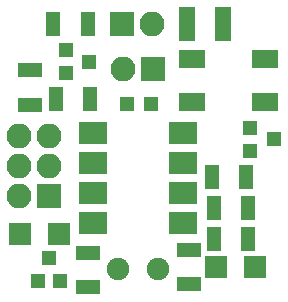
<source format=gbr>
G04 #@! TF.GenerationSoftware,KiCad,Pcbnew,(2017-06-21 revision 375ec9f)-master*
G04 #@! TF.CreationDate,2017-08-04T21:16:05-04:00*
G04 #@! TF.ProjectId,light_reactive_nodes,6C696768745F72656163746976655F6E,rev?*
G04 #@! TF.SameCoordinates,Original
G04 #@! TF.FileFunction,Soldermask,Top*
G04 #@! TF.FilePolarity,Negative*
%FSLAX46Y46*%
G04 Gerber Fmt 4.6, Leading zero omitted, Abs format (unit mm)*
G04 Created by KiCad (PCBNEW (2017-06-21 revision 375ec9f)-master) date Fri Aug  4 21:16:05 2017*
%MOMM*%
%LPD*%
G01*
G04 APERTURE LIST*
%ADD10C,0.100000*%
%ADD11R,2.432000X1.924000*%
%ADD12O,2.100000X2.100000*%
%ADD13R,2.100000X2.100000*%
%ADD14R,1.400000X2.900000*%
%ADD15R,1.200000X1.300000*%
%ADD16R,1.900000X1.900000*%
%ADD17R,1.300000X1.200000*%
%ADD18C,1.900000*%
%ADD19R,1.300000X2.100000*%
%ADD20R,2.100000X1.300000*%
%ADD21R,2.200000X1.500000*%
G04 APERTURE END LIST*
D10*
D11*
X107940000Y-125690000D03*
X107940000Y-128230000D03*
X107940000Y-130770000D03*
X107940000Y-133310000D03*
X115560000Y-133310000D03*
X115560000Y-130770000D03*
X115560000Y-128230000D03*
X115560000Y-125690000D03*
D12*
X101660000Y-125920000D03*
X104200000Y-125920000D03*
X101660000Y-128460000D03*
X104200000Y-128460000D03*
X101660000Y-131000000D03*
D13*
X104200000Y-131000000D03*
D14*
X118900000Y-116400000D03*
X115900000Y-116400000D03*
D15*
X112850000Y-123200000D03*
X110750000Y-123200000D03*
D16*
X118350000Y-137000000D03*
X121650000Y-137000000D03*
X101750000Y-134200000D03*
X105050000Y-134200000D03*
D13*
X110400000Y-116400000D03*
D12*
X112940000Y-116400000D03*
D13*
X113000000Y-120200000D03*
D12*
X110460000Y-120200000D03*
D17*
X105600000Y-118650000D03*
X105600000Y-120550000D03*
X107600000Y-119600000D03*
X121200000Y-125250000D03*
X121200000Y-127150000D03*
X123200000Y-126200000D03*
D15*
X104200000Y-136200000D03*
X105150000Y-138200000D03*
X103250000Y-138200000D03*
D18*
X110000000Y-137200000D03*
X113400000Y-137200000D03*
D19*
X118150000Y-134600000D03*
X121050000Y-134600000D03*
X107450000Y-116400000D03*
X104550000Y-116400000D03*
D20*
X107500000Y-135800000D03*
X107500000Y-138700000D03*
X102600000Y-123250000D03*
X102600000Y-120350000D03*
D19*
X121050000Y-132000000D03*
X118150000Y-132000000D03*
X107650000Y-122800000D03*
X104750000Y-122800000D03*
X120850000Y-129400000D03*
X117950000Y-129400000D03*
D20*
X116000000Y-138450000D03*
X116000000Y-135550000D03*
D21*
X116300000Y-119350000D03*
X122500000Y-119350000D03*
X116300000Y-123050000D03*
X122500000Y-123050000D03*
M02*

</source>
